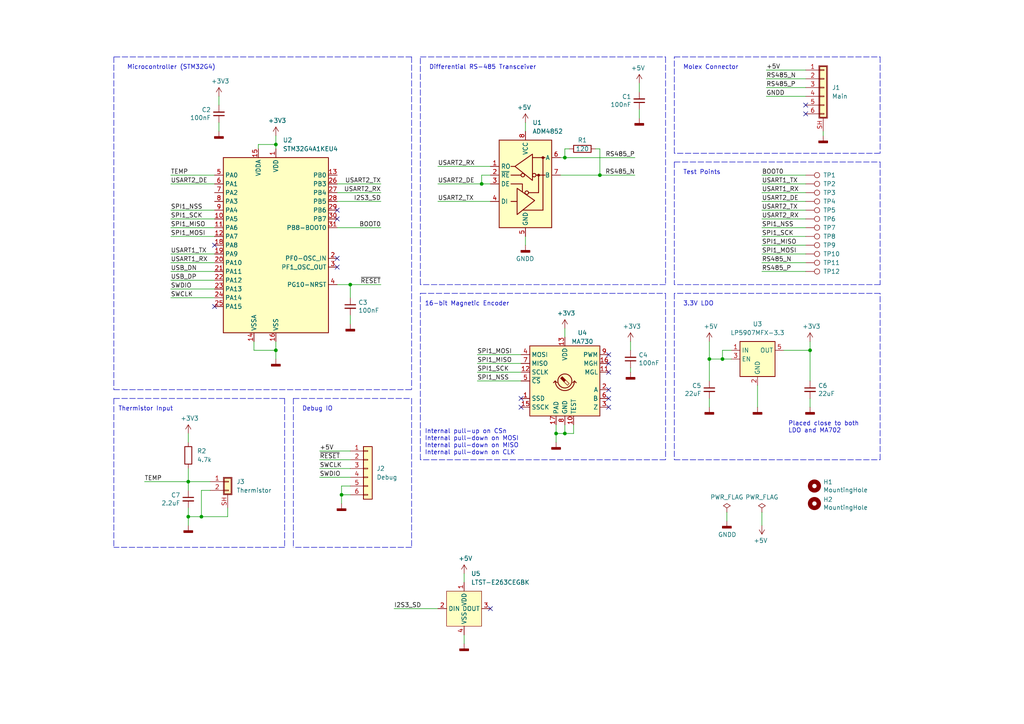
<source format=kicad_sch>
(kicad_sch (version 20211123) (generator eeschema)
  (paper "A4")
  (title_block (title "Differential Encoder") (date "2022-04-28") (rev "1") (company "ODrive Robotics") (comment 1 "Wetmelon"))
  (lib_symbols
    (symbol "Connector:TestPoint" (pin_numbers hide) (pin_names (offset 0.762) hide)
      (property "Reference" "TP" (at 0 6.858 0))
      (property "Value" "TestPoint" (at 0 5.08 0))
      (symbol "TestPoint_0_1"
        (circle (center 0 3.302) (radius 0.762))
      )
      (symbol "TestPoint_1_1"
        (pin passive line (at 0 0 90) (length 2.54) (name "1") (number "1"))
      )
    )
    (symbol "Connector_Generic:Conn_01x06" (pin_names (offset 1.016) hide)
      (property "Reference" "J" (at 0 7.62 0))
      (property "Value" "Conn_01x06" (at 0 -10.16 0))
      (symbol "Conn_01x06_1_1"
        (rectangle (start -1.27 -7.493) (end 0 -7.747) (stroke (width 0.1524)))
        (rectangle (start -1.27 -4.953) (end 0 -5.207) (stroke (width 0.1524)))
        (rectangle (start -1.27 -2.413) (end 0 -2.667) (stroke (width 0.1524)))
        (rectangle (start -1.27 0.127) (end 0 -0.127) (stroke (width 0.1524)))
        (rectangle (start -1.27 2.667) (end 0 2.413) (stroke (width 0.1524)))
        (rectangle (start -1.27 5.207) (end 0 4.953) (stroke (width 0.1524)))
        (rectangle (start -1.27 6.35) (end 1.27 -8.89) (stroke (width 0.254)) (fill (type background)))
        (pin passive line (at -5.08 5.08 0) (length 3.81) (name "Pin_1") (number "1"))
        (pin passive line (at -5.08 2.54 0) (length 3.81) (name "Pin_2") (number "2"))
        (pin passive line (at -5.08 0 0) (length 3.81) (name "Pin_3") (number "3"))
        (pin passive line (at -5.08 -2.54 0) (length 3.81) (name "Pin_4") (number "4"))
        (pin passive line (at -5.08 -5.08 0) (length 3.81) (name "Pin_5") (number "5"))
        (pin passive line (at -5.08 -7.62 0) (length 3.81) (name "Pin_6") (number "6"))
      )
    )
    (symbol "Connector_Generic_Shielded:Conn_01x02_Shielded" (pin_names (offset 1.016) hide)
      (property "Reference" "J" (at 0.254 2.286 0))
      (property "Value" "Conn_01x02_Shielded" (at 1.016 -4.826 0))
      (symbol "Conn_01x02_Shielded_1_1"
        (rectangle (start -1.27 1.27) (end 1.27 -3.81) (stroke (width 0.1524)))
        (rectangle (start -1.016 -2.413) (end 0.254 -2.667) (stroke (width 0.1524)))
        (rectangle (start -1.016 0.127) (end 0.254 -0.127) (stroke (width 0.1524)))
        (rectangle (start -1.016 1.016) (end 1.016 -3.556) (stroke (width 0.254)) (fill (type background)))
        (pin passive line (at -5.08 0 0) (length 4.064) (name "Pin_1") (number "1"))
        (pin passive line (at -5.08 -2.54 0) (length 4.064) (name "Pin_2") (number "2"))
        (pin passive line (at 0 -7.62 90) (length 3.81) (name "Shield") (number "SH"))
      )
    )
    (symbol "Connector_Generic_Shielded:Conn_01x06_Shielded" (pin_names (offset 1.016) hide)
      (property "Reference" "J" (at 0.254 7.366 0))
      (property "Value" "Conn_01x06_Shielded" (at 1.016 -9.906 0))
      (symbol "Conn_01x06_Shielded_1_1"
        (rectangle (start -1.27 6.35) (end 1.27 -8.89) (stroke (width 0.1524)))
        (rectangle (start -1.016 -7.493) (end 0.254 -7.747) (stroke (width 0.1524)))
        (rectangle (start -1.016 -4.953) (end 0.254 -5.207) (stroke (width 0.1524)))
        (rectangle (start -1.016 -2.413) (end 0.254 -2.667) (stroke (width 0.1524)))
        (rectangle (start -1.016 0.127) (end 0.254 -0.127) (stroke (width 0.1524)))
        (rectangle (start -1.016 2.667) (end 0.254 2.413) (stroke (width 0.1524)))
        (rectangle (start -1.016 5.207) (end 0.254 4.953) (stroke (width 0.1524)))
        (rectangle (start -1.016 6.096) (end 1.016 -8.636) (stroke (width 0.254)) (fill (type background)))
        (pin passive line (at -5.08 5.08 0) (length 4.064) (name "Pin_1") (number "1"))
        (pin passive line (at -5.08 2.54 0) (length 4.064) (name "Pin_2") (number "2"))
        (pin passive line (at -5.08 0 0) (length 4.064) (name "Pin_3") (number "3"))
        (pin passive line (at -5.08 -2.54 0) (length 4.064) (name "Pin_4") (number "4"))
        (pin passive line (at -5.08 -5.08 0) (length 4.064) (name "Pin_5") (number "5"))
        (pin passive line (at -5.08 -7.62 0) (length 4.064) (name "Pin_6") (number "6"))
        (pin passive line (at 0 -12.7 90) (length 3.81) (name "Shield") (number "SH"))
      )
    )
    (symbol "Device:C_Small" (pin_numbers hide) (pin_names (offset 0.254) hide)
      (property "Reference" "C" (at 0.254 1.778 0))
      (property "Value" "C_Small" (at 0.254 -2.032 0))
      (symbol "C_Small_0_1"
        (polyline (pts (xy -1.524 -0.508) (xy 1.524 -0.508)) (stroke (width 0.3302)))
        (polyline (pts (xy -1.524 0.508) (xy 1.524 0.508)) (stroke (width 0.3048)))
      )
      (symbol "C_Small_1_1"
        (pin passive line (at 0 2.54 270) (length 2.032) (name "~") (number "1"))
        (pin passive line (at 0 -2.54 90) (length 2.032) (name "~") (number "2"))
      )
    )
    (symbol "Device:R" (pin_numbers hide) (pin_names (offset 0))
      (property "Reference" "R" (at 2.032 0 90))
      (property "Value" "R" (at 0 0 90))
      (symbol "R_0_1"
        (rectangle (start -1.016 -2.54) (end 1.016 2.54) (stroke (width 0.254)))
      )
      (symbol "R_1_1"
        (pin passive line (at 0 3.81 270) (length 1.27) (name "~") (number "1"))
        (pin passive line (at 0 -3.81 90) (length 1.27) (name "~") (number "2"))
      )
    )
    (symbol "Interface_UART:LTC2850xS8"
      (property "Reference" "U2" (at 2.0194 17.78 0))
      (property "Value" "ADM4852" (at 2.0194 15.24 0))
      (symbol "LTC2850xS8_0_1"
        (rectangle (start -7.62 12.7) (end 7.62 -12.7) (stroke (width 0.254)) (fill (type background)))
        (polyline (pts (xy -4.191 2.54) (xy -1.27 2.54)) (stroke (width 0.254)))
        (polyline (pts (xy -2.54 -5.08) (xy -4.191 -5.08)) (stroke (width 0.254)))
        (polyline (pts (xy -0.635 -7.62) (xy 5.08 -7.62)) (stroke (width 0.254)))
        (polyline (pts (xy 0.889 -2.54) (xy 3.81 -2.54)) (stroke (width 0.254)))
        (polyline (pts (xy 2.032 7.62) (xy 5.715 7.62)) (stroke (width 0.254)))
        (polyline (pts (xy 3.048 2.54) (xy 5.715 2.54)) (stroke (width 0.254)))
        (polyline (pts (xy 3.81 -2.54) (xy 3.81 2.54)) (stroke (width 0.254)))
        (polyline (pts (xy 5.08 -7.62) (xy 5.08 7.62)) (stroke (width 0.254)))
        (polyline (pts (xy -4.191 0) (xy -0.889 0) (xy -0.889 -2.286)) (stroke (width 0.254)))
        (polyline (pts (xy -3.175 5.08) (xy -4.191 5.08) (xy -4.064 5.08)) (stroke (width 0.254)))
        (polyline (pts (xy -2.413 -5.08) (xy -2.413 -1.27) (xy 2.667 -4.826) (xy -2.413 -8.89) (xy -2.413 -5.08)) (stroke (width 0.254)))
        (circle (center 0.381 -2.54) (radius 0.508) (stroke (width 0.254)))
        (circle (center 3.81 2.54) (radius 0.2794) (stroke (width 0.254)) (fill (type outline)))
      )
      (symbol "LTC2850xS8_1_1"
        (circle (center -0.762 2.54) (radius 0.508) (stroke (width 0.254)))
        (polyline (pts (xy 2.032 4.826) (xy 2.032 8.636) (xy -3.048 5.08) (xy 2.032 1.016) (xy 2.032 4.826)) (stroke (width 0.254)))
        (circle (center 2.54 2.54) (radius 0.508) (stroke (width 0.254)))
        (circle (center 5.08 7.62) (radius 0.2794) (stroke (width 0.254)) (fill (type outline)))
        (pin output line (at -10.16 5.08 0) (length 2.54) (name "RO") (number "1"))
        (pin input line (at -10.16 2.54 0) (length 2.54) (name "~{RE}") (number "2"))
        (pin input line (at -10.16 0 0) (length 2.54) (name "DE") (number "3"))
        (pin input line (at -10.16 -5.08 0) (length 2.54) (name "DI") (number "4"))
        (pin power_in line (at 0 -15.24 90) (length 2.54) (name "GND") (number "5"))
        (pin bidirectional line (at 10.16 7.62 180) (length 2.54) (name "A") (number "6"))
        (pin bidirectional line (at 10.16 2.54 180) (length 2.54) (name "B") (number "7"))
        (pin power_in line (at 0 15.24 270) (length 2.54) (name "VCC") (number "8"))
        (pin input line (at 0 -15.24 90) (length 2.54) hide (name "") (number "PAD"))
      )
    )
    (symbol "Mechanical:MountingHole" (pin_names (offset 1.016))
      (property "Reference" "H" (at 0 5.08 0))
      (property "Value" "MountingHole" (at 0 3.175 0))
      (symbol "MountingHole_0_1"
        (circle (center 0 0) (radius 1.27) (stroke (width 1.27)))
      )
    )
    (symbol "Regulator_Linear:LP5907MFX-3.3"
      (property "Reference" "U" (at -3.81 6.35 0))
      (property "Value" "LP5907MFX-3.3" (at 6.35 6.35 0))
      (symbol "LP5907MFX-3.3_0_1"
        (rectangle (start -5.08 -5.08) (end 5.08 5.08) (stroke (width 0.254)) (fill (type background)))
        (pin power_in line (at -7.62 2.54 0) (length 2.54) (name "IN") (number "1"))
        (pin power_in line (at 0 -7.62 90) (length 2.54) (name "GND") (number "2"))
        (pin input line (at -7.62 0 0) (length 2.54) (name "EN") (number "3"))
        (pin no_connect line (at 5.08 0 180) (length 2.54) hide (name "NC") (number "4"))
        (pin power_out line (at 7.62 2.54 180) (length 2.54) (name "OUT") (number "5"))
      )
    )
    (symbol "Sensor_Magnetic:MA730"
      (property "Reference" "U" (at -10.16 11.43 0))
      (property "Value" "MA730" (at 10.16 11.43 0))
      (symbol "MA730_0_1"
        (rectangle (start -10.16 10.16) (end 10.16 -10.16) (stroke (width 0.254)) (fill (type background)))
        (arc (start -2.794 0) (mid 0 -2.794) (end 2.794 0) (stroke (width 0.254)))
        (polyline (pts (xy -2.794 0) (xy -3.302 -0.508)) (stroke (width 0.254)))
        (polyline (pts (xy -2.794 0) (xy -2.286 -0.508)) (stroke (width 0.254)))
        (polyline (pts (xy 2.794 0) (xy 2.286 -0.508)) (stroke (width 0.254)))
        (polyline (pts (xy 2.794 0) (xy 3.302 -0.508)) (stroke (width 0.254)))
      )
      (symbol "MA730_1_1"
        (polyline (pts (xy 0.254 0.254) (xy 1.27 -0.762) (xy 0.762 -1.27) (xy -0.254 -0.254)))
        (polyline (pts (xy -0.762 1.27) (xy 0.254 0.254) (xy -0.254 -0.254) (xy -1.27 0.762) (xy -1.016 1.016) (xy -0.762 1.27) (xy -0.635 1.143)) (fill (type outline)))
        (circle (center 0 0) (radius 2.032) (stroke (width 0.254)))
        (pin output line (at -12.7 -5.08 0) (length 2.54) (name "SSD") (number "1"))
        (pin passive line (at 2.54 -12.7 90) (length 2.54) (name "TEST") (number "10"))
        (pin output line (at 12.7 2.54 180) (length 2.54) (name "MGL") (number "11"))
        (pin input line (at -12.7 2.54 0) (length 2.54) (name "SCLK") (number "12"))
        (pin power_in line (at 0 12.7 270) (length 2.54) (name "VDD") (number "13"))
        (pin no_connect line (at 5.08 -10.16 90) (length 2.54) hide (name "NC") (number "14"))
        (pin input line (at -12.7 -7.62 0) (length 2.54) (name "SSCK") (number "15"))
        (pin output line (at 12.7 5.08 180) (length 2.54) (name "MGH") (number "16"))
        (pin input line (at -2.54 -12.7 90) (length 2.54) (name "PAD") (number "17"))
        (pin output line (at 12.7 -2.54 180) (length 2.54) (name "A") (number "2"))
        (pin output line (at 12.7 -7.62 180) (length 2.54) (name "Z") (number "3"))
        (pin input line (at -12.7 7.62 0) (length 2.54) (name "MOSI") (number "4"))
        (pin input line (at -12.7 0 0) (length 2.54) (name "~{CS}") (number "5"))
        (pin output line (at 12.7 -5.08 180) (length 2.54) (name "B") (number "6"))
        (pin output line (at -12.7 5.08 0) (length 2.54) (name "MISO") (number "7"))
        (pin power_in line (at 0 -12.7 90) (length 2.54) (name "GND") (number "8"))
        (pin output line (at 12.7 7.62 180) (length 2.54) (name "PWM") (number "9"))
      )
    )
    (symbol "Wetmelon:LTST-E263CEGBK"
      (property "Reference" "U" (at 5.08 5.08 0))
      (property "Value" "LTST-E263CEGBK" (at 0 13.97 0))
      (symbol "LTST-E263CEGBK_0_1"
        (rectangle (start -5.08 5.08) (end 5.08 -5.08) (fill (type background)))
      )
      (symbol "LTST-E263CEGBK_1_1"
        (pin power_in line (at 0 7.62 270) (length 2.54) (name "VDD") (number "1"))
        (pin input line (at -7.62 0 0) (length 2.54) (name "DIN") (number "2"))
        (pin output line (at 7.62 0 180) (length 2.54) (name "DOUT") (number "3"))
        (pin power_in line (at 0 -7.62 90) (length 2.54) (name "VSS") (number "4"))
      )
    )
    (symbol "Wetmelon:STM32G4A1KEU4"
      (property "Reference" "U2" (at 2.0194 30.48 0))
      (property "Value" "STM32G4A1KEU4" (at 2.0194 27.94 0))
      (symbol "STM32G4A1KEU4_0_1"
        (rectangle (start -15.24 -25.4) (end 15.24 25.4) (stroke (width 0.254)) (fill (type background)))
      )
      (symbol "STM32G4A1KEU4_1_1"
        (pin power_in line (at 0 27.94 270) (length 2.54) (name "VDD") (number "1"))
        (pin bidirectional line (at -17.78 7.62 0) (length 2.54) (name "PA5") (number "10"))
        (pin bidirectional line (at -17.78 5.08 0) (length 2.54) (name "PA6") (number "11"))
        (pin bidirectional line (at -17.78 2.54 0) (length 2.54) (name "PA7") (number "12"))
        (pin bidirectional line (at 17.78 20.32 180) (length 2.54) (name "PB0") (number "13"))
        (pin power_in line (at -6.35 -27.94 90) (length 2.54) (name "VSSA") (number "14"))
        (pin power_in line (at -5.08 27.94 270) (length 2.54) (name "VDDA") (number "15"))
        (pin power_in line (at 0 -27.94 90) (length 2.54) (name "VSS") (number "16"))
        (pin power_in line (at 0 27.94 270) (length 2.54) hide (name "VDD") (number "17"))
        (pin bidirectional line (at -17.78 0 0) (length 2.54) (name "PA8") (number "18"))
        (pin bidirectional line (at -17.78 -2.54 0) (length 2.54) (name "PA9") (number "19"))
        (pin bidirectional line (at 17.78 -3.81 180) (length 2.54) (name "PF0-OSC_IN") (number "2"))
        (pin bidirectional line (at -17.78 -5.08 0) (length 2.54) (name "PA10") (number "20"))
        (pin bidirectional line (at -17.78 -7.62 0) (length 2.54) (name "PA11") (number "21"))
        (pin bidirectional line (at -17.78 -10.16 0) (length 2.54) (name "PA12") (number "22"))
        (pin bidirectional line (at -17.78 -12.7 0) (length 2.54) (name "PA13") (number "23"))
        (pin bidirectional line (at -17.78 -15.24 0) (length 2.54) (name "PA14") (number "24"))
        (pin bidirectional line (at -17.78 -17.78 0) (length 2.54) (name "PA15") (number "25"))
        (pin bidirectional line (at 17.78 17.78 180) (length 2.54) (name "PB3") (number "26"))
        (pin bidirectional line (at 17.78 15.24 180) (length 2.54) (name "PB4") (number "27"))
        (pin bidirectional line (at 17.78 12.7 180) (length 2.54) (name "PB5") (number "28"))
        (pin bidirectional line (at 17.78 10.16 180) (length 2.54) (name "PB6") (number "29"))
        (pin bidirectional line (at 17.78 -6.35 180) (length 2.54) (name "PF1_OSC_OUT") (number "3"))
        (pin bidirectional line (at 17.78 7.62 180) (length 2.54) (name "PB7") (number "30"))
        (pin bidirectional line (at 17.78 5.08 180) (length 2.54) (name "PB8-BOOT0") (number "31"))
        (pin power_in line (at 0 -27.94 90) (length 2.54) hide (name "VSS") (number "32"))
        (pin input line (at 0 -27.94 90) (length 2.54) hide (name "PAD") (number "33"))
        (pin bidirectional line (at 17.78 -11.43 180) (length 2.54) (name "PG10-NRST") (number "4"))
        (pin bidirectional line (at -17.78 20.32 0) (length 2.54) (name "PA0") (number "5"))
        (pin bidirectional line (at -17.78 17.78 0) (length 2.54) (name "PA1") (number "6"))
        (pin bidirectional line (at -17.78 15.24 0) (length 2.54) (name "PA2") (number "7"))
        (pin bidirectional line (at -17.78 12.7 0) (length 2.54) (name "PA3") (number "8"))
        (pin bidirectional line (at -17.78 10.16 0) (length 2.54) (name "PA4") (number "9"))
      )
    )
    (symbol "power:+3.3V" (power) (pin_names (offset 0))
      (property "Value" "+3.3V" (at 0 3.556 0))
      (symbol "+3.3V_0_1"
        (polyline (pts (xy -0.762 1.27) (xy 0 2.54)))
        (polyline (pts (xy 0 0) (xy 0 2.54)))
        (polyline (pts (xy 0 2.54) (xy 0.762 1.27)))
      )
      (symbol "+3.3V_1_1"
        (pin power_in line (at 0 0 90) (length 0) hide (name "+3V3") (number "1"))
      )
    )
    (symbol "power:+5V" (power) (pin_names (offset 0))
      (property "Value" "+5V" (at 0 3.556 0))
      (symbol "+5V_0_1"
        (polyline (pts (xy -0.762 1.27) (xy 0 2.54)))
        (polyline (pts (xy 0 0) (xy 0 2.54)))
        (polyline (pts (xy 0 2.54) (xy 0.762 1.27)))
      )
      (symbol "+5V_1_1"
        (pin power_in line (at 0 0 90) (length 0) hide (name "+5V") (number "1"))
      )
    )
    (symbol "power:GNDD" (power) (pin_names (offset 0))
      (property "Value" "GNDD" (at 0 -3.175 0))
      (symbol "GNDD_0_1"
        (rectangle (start -1.27 -1.524) (end 1.27 -2.032) (stroke (width 0.254)) (fill (type outline)))
        (polyline (pts (xy 0 0) (xy 0 -1.524)))
      )
      (symbol "GNDD_1_1"
        (pin power_in line (at 0 0 270) (length 0) hide (name "GNDD") (number "1"))
      )
    )
    (symbol "power:PWR_FLAG" (power) (pin_numbers hide) (pin_names (offset 0) hide)
      (property "Value" "PWR_FLAG" (at 0 3.81 0))
      (symbol "PWR_FLAG_0_0"
        (pin power_out line (at 0 0 90) (length 0) (name "pwr") (number "1"))
      )
      (symbol "PWR_FLAG_0_1"
        (polyline (pts (xy 0 0) (xy 0 1.27) (xy -1.016 1.905) (xy 0 2.54) (xy 1.016 1.905) (xy 0 1.27)))
      )
    )
  )
  (junction (at 163.83 45.72))
  (junction (at 99.06 143.51))
  (junction (at 58.42 149.86))
  (junction (at 139.7 53.34))
  (junction (at 80.01 101.6))
  (junction (at 234.95 101.6))
  (junction (at 54.61 149.86))
  (junction (at 80.01 41.91))
  (junction (at 209.55 104.14))
  (junction (at 161.29 125.73))
  (junction (at 54.61 139.7))
  (junction (at 173.99 50.8))
  (junction (at 101.6 82.55))
  (junction (at 163.83 125.73))
  (junction (at 205.74 104.14))
  (no_connect (at 97.79 63.5))
  (no_connect (at 97.79 60.96))
  (no_connect (at 151.13 115.57))
  (no_connect (at 176.53 107.95))
  (no_connect (at 142.24 176.53))
  (no_connect (at 176.53 113.03))
  (no_connect (at 62.23 88.9))
  (no_connect (at 233.68 30.48))
  (no_connect (at 97.79 77.47))
  (no_connect (at 62.23 71.12))
  (no_connect (at 233.68 33.02))
  (no_connect (at 151.13 118.11))
  (no_connect (at 176.53 102.87))
  (no_connect (at 97.79 74.93))
  (no_connect (at 176.53 118.11))
  (no_connect (at 176.53 115.57))
  (no_connect (at 176.53 105.41))
  (wire (pts (xy 49.53 63.5) (xy 62.23 63.5)))
  (wire (pts (xy 63.5 35.56) (xy 63.5 38.1)))
  (polyline (pts (xy 119.38 115.57) (xy 119.38 158.75)))
  (wire (pts (xy 49.53 68.58) (xy 62.23 68.58)))
  (wire (pts (xy 49.53 73.66) (xy 62.23 73.66)))
  (wire (pts (xy 54.61 147.32) (xy 54.61 149.86)))
  (polyline (pts (xy 33.02 16.51) (xy 33.02 113.03)))
  (wire (pts (xy 49.53 60.96) (xy 62.23 60.96)))
  (wire (pts (xy 220.98 68.58) (xy 233.68 68.58)))
  (polyline (pts (xy 82.55 115.57) (xy 82.55 158.75)))
  (wire (pts (xy 220.98 76.2) (xy 233.68 76.2)))
  (wire (pts (xy 219.71 111.76) (xy 219.71 118.11)))
  (polyline (pts (xy 195.58 133.35) (xy 255.27 133.35)))
  (wire (pts (xy 163.83 125.73) (xy 166.37 125.73)))
  (wire (pts (xy 49.53 50.8) (xy 62.23 50.8)))
  (wire (pts (xy 60.96 139.7) (xy 54.61 139.7)))
  (wire (pts (xy 220.98 58.42) (xy 233.68 58.42)))
  (wire (pts (xy 222.25 22.86) (xy 233.68 22.86)))
  (wire (pts (xy 138.43 107.95) (xy 151.13 107.95)))
  (wire (pts (xy 74.93 43.18) (xy 74.93 41.91)))
  (polyline (pts (xy 33.02 115.57) (xy 33.02 158.75)))
  (wire (pts (xy 220.98 55.88) (xy 233.68 55.88)))
  (polyline (pts (xy 33.02 115.57) (xy 82.55 115.57)))
  (wire (pts (xy 49.53 86.36) (xy 62.23 86.36)))
  (wire (pts (xy 99.06 146.05) (xy 99.06 143.51)))
  (wire (pts (xy 101.6 91.44) (xy 101.6 93.98)))
  (wire (pts (xy 234.95 99.06) (xy 234.95 101.6)))
  (wire (pts (xy 209.55 104.14) (xy 205.74 104.14)))
  (polyline (pts (xy 255.27 44.45) (xy 195.58 44.45)))
  (wire (pts (xy 182.88 106.68) (xy 182.88 107.95)))
  (polyline (pts (xy 193.04 82.55) (xy 121.92 82.55)))
  (wire (pts (xy 80.01 101.6) (xy 80.01 104.14)))
  (wire (pts (xy 92.71 138.43) (xy 101.6 138.43)))
  (wire (pts (xy 80.01 41.91) (xy 80.01 43.18)))
  (wire (pts (xy 139.7 50.8) (xy 139.7 53.34)))
  (wire (pts (xy 138.43 105.41) (xy 151.13 105.41)))
  (polyline (pts (xy 33.02 113.03) (xy 119.38 113.03)))
  (polyline (pts (xy 195.58 46.99) (xy 255.27 46.99)))
  (wire (pts (xy 97.79 82.55) (xy 101.6 82.55)))
  (wire (pts (xy 49.53 83.82) (xy 62.23 83.82)))
  (wire (pts (xy 41.91 139.7) (xy 54.61 139.7)))
  (wire (pts (xy 138.43 102.87) (xy 151.13 102.87)))
  (wire (pts (xy 54.61 149.86) (xy 54.61 152.4)))
  (wire (pts (xy 73.66 99.06) (xy 73.66 101.6)))
  (wire (pts (xy 222.25 20.32) (xy 233.68 20.32)))
  (wire (pts (xy 238.76 38.1) (xy 238.76 39.37)))
  (wire (pts (xy 127 48.26) (xy 142.24 48.26)))
  (wire (pts (xy 92.71 133.35) (xy 101.6 133.35)))
  (wire (pts (xy 209.55 101.6) (xy 209.55 104.14)))
  (wire (pts (xy 172.72 43.18) (xy 173.99 43.18)))
  (polyline (pts (xy 255.27 16.51) (xy 255.27 44.45)))
  (wire (pts (xy 220.98 73.66) (xy 233.68 73.66)))
  (wire (pts (xy 99.06 140.97) (xy 101.6 140.97)))
  (wire (pts (xy 54.61 125.73) (xy 54.61 128.27)))
  (wire (pts (xy 163.83 125.73) (xy 163.83 123.19)))
  (polyline (pts (xy 119.38 16.51) (xy 33.02 16.51)))
  (wire (pts (xy 58.42 142.24) (xy 58.42 149.86)))
  (wire (pts (xy 49.53 81.28) (xy 62.23 81.28)))
  (polyline (pts (xy 121.92 82.55) (xy 121.92 16.51)))
  (wire (pts (xy 185.42 24.13) (xy 185.42 26.67)))
  (wire (pts (xy 66.04 149.86) (xy 66.04 147.32)))
  (wire (pts (xy 220.98 66.04) (xy 233.68 66.04)))
  (wire (pts (xy 205.74 115.57) (xy 205.74 118.11)))
  (wire (pts (xy 161.29 125.73) (xy 161.29 123.19)))
  (wire (pts (xy 127 58.42) (xy 142.24 58.42)))
  (wire (pts (xy 212.09 104.14) (xy 209.55 104.14)))
  (polyline (pts (xy 193.04 133.35) (xy 121.92 133.35)))
  (polyline (pts (xy 119.38 158.75) (xy 85.09 158.75)))
  (wire (pts (xy 101.6 82.55) (xy 110.49 82.55)))
  (wire (pts (xy 49.53 76.2) (xy 62.23 76.2)))
  (wire (pts (xy 220.98 78.74) (xy 233.68 78.74)))
  (wire (pts (xy 165.1 43.18) (xy 163.83 43.18)))
  (polyline (pts (xy 255.27 133.35) (xy 255.27 85.09)))
  (wire (pts (xy 58.42 149.86) (xy 54.61 149.86)))
  (polyline (pts (xy 121.92 133.35) (xy 121.92 85.09)))
  (wire (pts (xy 163.83 45.72) (xy 184.15 45.72)))
  (wire (pts (xy 233.68 50.8) (xy 220.98 50.8)))
  (wire (pts (xy 163.83 43.18) (xy 163.83 45.72)))
  (wire (pts (xy 152.4 68.58) (xy 152.4 71.12)))
  (wire (pts (xy 127 53.34) (xy 139.7 53.34)))
  (wire (pts (xy 101.6 82.55) (xy 101.6 86.36)))
  (wire (pts (xy 222.25 25.4) (xy 233.68 25.4)))
  (wire (pts (xy 185.42 34.29) (xy 185.42 31.75)))
  (polyline (pts (xy 193.04 85.09) (xy 193.04 133.35)))
  (wire (pts (xy 58.42 149.86) (xy 66.04 149.86)))
  (wire (pts (xy 234.95 115.57) (xy 234.95 118.11)))
  (wire (pts (xy 80.01 39.37) (xy 80.01 41.91)))
  (wire (pts (xy 205.74 99.06) (xy 205.74 104.14)))
  (wire (pts (xy 220.98 152.4) (xy 220.98 148.59)))
  (wire (pts (xy 222.25 27.94) (xy 233.68 27.94)))
  (wire (pts (xy 80.01 99.06) (xy 80.01 101.6)))
  (polyline (pts (xy 255.27 46.99) (xy 255.27 82.55)))
  (wire (pts (xy 99.06 143.51) (xy 99.06 140.97)))
  (polyline (pts (xy 82.55 158.75) (xy 33.02 158.75)))
  (polyline (pts (xy 195.58 46.99) (xy 195.58 82.55)))
  (polyline (pts (xy 119.38 16.51) (xy 119.38 113.03)))
  (wire (pts (xy 92.71 130.81) (xy 101.6 130.81)))
  (wire (pts (xy 60.96 142.24) (xy 58.42 142.24)))
  (wire (pts (xy 139.7 50.8) (xy 142.24 50.8)))
  (wire (pts (xy 162.56 50.8) (xy 173.99 50.8)))
  (wire (pts (xy 161.29 128.27) (xy 161.29 125.73)))
  (wire (pts (xy 220.98 63.5) (xy 233.68 63.5)))
  (wire (pts (xy 92.71 135.89) (xy 101.6 135.89)))
  (wire (pts (xy 163.83 95.25) (xy 163.83 97.79)))
  (wire (pts (xy 234.95 101.6) (xy 234.95 110.49)))
  (wire (pts (xy 110.49 55.88) (xy 97.79 55.88)))
  (wire (pts (xy 54.61 139.7) (xy 54.61 135.89)))
  (polyline (pts (xy 195.58 44.45) (xy 195.58 16.51)))
  (wire (pts (xy 138.43 110.49) (xy 151.13 110.49)))
  (wire (pts (xy 173.99 50.8) (xy 184.15 50.8)))
  (polyline (pts (xy 195.58 16.51) (xy 255.27 16.51)))
  (polyline (pts (xy 121.92 85.09) (xy 193.04 85.09)))
  (wire (pts (xy 63.5 27.94) (xy 63.5 30.48)))
  (wire (pts (xy 49.53 66.04) (xy 62.23 66.04)))
  (wire (pts (xy 97.79 58.42) (xy 110.49 58.42)))
  (wire (pts (xy 220.98 53.34) (xy 233.68 53.34)))
  (polyline (pts (xy 121.92 16.51) (xy 193.04 16.51)))
  (wire (pts (xy 74.93 41.91) (xy 80.01 41.91)))
  (wire (pts (xy 210.82 148.59) (xy 210.82 151.13)))
  (wire (pts (xy 212.09 101.6) (xy 209.55 101.6)))
  (wire (pts (xy 127 176.53) (xy 114.3 176.53)))
  (wire (pts (xy 166.37 125.73) (xy 166.37 123.19)))
  (wire (pts (xy 73.66 101.6) (xy 80.01 101.6)))
  (polyline (pts (xy 85.09 115.57) (xy 85.09 158.75)))
  (wire (pts (xy 139.7 53.34) (xy 142.24 53.34)))
  (wire (pts (xy 162.56 45.72) (xy 163.83 45.72)))
  (polyline (pts (xy 195.58 85.09) (xy 195.58 133.35)))
  (polyline (pts (xy 193.04 16.51) (xy 193.04 82.55)))
  (wire (pts (xy 205.74 104.14) (xy 205.74 110.49)))
  (wire (pts (xy 152.4 35.56) (xy 152.4 38.1)))
  (polyline (pts (xy 255.27 85.09) (xy 195.58 85.09)))
  (wire (pts (xy 182.88 99.06) (xy 182.88 101.6)))
  (wire (pts (xy 220.98 71.12) (xy 233.68 71.12)))
  (polyline (pts (xy 85.09 115.57) (xy 119.38 115.57)))
  (wire (pts (xy 173.99 43.18) (xy 173.99 50.8)))
  (wire (pts (xy 110.49 53.34) (xy 97.79 53.34)))
  (wire (pts (xy 134.62 166.37) (xy 134.62 168.91)))
  (wire (pts (xy 99.06 143.51) (xy 101.6 143.51)))
  (wire (pts (xy 161.29 125.73) (xy 163.83 125.73)))
  (wire (pts (xy 220.98 60.96) (xy 233.68 60.96)))
  (wire (pts (xy 54.61 139.7) (xy 54.61 142.24)))
  (wire (pts (xy 49.53 78.74) (xy 62.23 78.74)))
  (wire (pts (xy 97.79 66.04) (xy 110.49 66.04)))
  (wire (pts (xy 49.53 53.34) (xy 62.23 53.34)))
  (polyline (pts (xy 255.27 82.55) (xy 195.58 82.55)))
  (wire (pts (xy 134.62 184.15) (xy 134.62 186.69)))
  (wire (pts (xy 227.33 101.6) (xy 234.95 101.6)))
  (text "Test Points" (at 198.12 50.8 0) (effects (font (size 1.27 1.27)) (justify left bottom)))
  (text "Thermistor Input" (at 34.29 119.38 0) (effects (font (size 1.27 1.27)) (justify left bottom)))
  (text "Internal pull-up on CSn\nInternal pull-down on MOSI\nInternal pull-down on MISO\nInternal pull-down on CLK" (at 123.19 132.08 0) (effects (font (size 1.27 1.27)) (justify left bottom)))
  (text "16-bit Magnetic Encoder" (at 123.19 88.9 0) (effects (font (size 1.27 1.27)) (justify left bottom)))
  (text "Placed close to both\nLDO and MA702" (at 228.6 125.73 0) (effects (font (size 1.27 1.27)) (justify left bottom)))
  (text "3.3V LDO" (at 198.12 88.9 0) (effects (font (size 1.27 1.27)) (justify left bottom)))
  (text "Differential RS-485 Transceiver" (at 124.46 20.32 0) (effects (font (size 1.27 1.27)) (justify left bottom)))
  (text "Microcontroller (STM32G4)" (at 36.83 20.32 0) (effects (font (size 1.27 1.27)) (justify left bottom)))
  (text "Molex Connector" (at 198.12 20.32 0) (effects (font (size 1.27 1.27)) (justify left bottom)))
  (text "Debug IO" (at 87.63 119.38 0) (effects (font (size 1.27 1.27)) (justify left bottom)))
  (label "I2S3_SD" (at 114.3 176.53 0))
  (label "RS485_P" (at 184.15 45.72 180))
  (label "RS485_N" (at 222.25 22.86 0))
  (label "SWCLK" (at 92.71 135.89 0))
  (label "USB_DP" (at 49.53 81.28 0))
  (label "USART1_TX" (at 49.53 73.66 0))
  (label "SPI1_SCK" (at 220.98 68.58 0))
  (label "+5V" (at 222.25 20.32 0))
  (label "USART2_RX" (at 110.49 55.88 180))
  (label "RS485_N" (at 220.98 76.2 0))
  (label "BOOT0" (at 110.49 66.04 180))
  (label "SPI1_MISO" (at 220.98 71.12 0))
  (label "RS485_P" (at 222.25 25.4 0))
  (label "SPI1_MISO" (at 49.53 66.04 0))
  (label "USART2_TX" (at 110.49 53.34 180))
  (label "SPI1_SCK" (at 138.43 107.95 0))
  (label "SPI1_SCK" (at 49.53 63.5 0))
  (label "SPI1_MOSI" (at 220.98 73.66 0))
  (label "SWCLK" (at 49.53 86.36 0))
  (label "USART2_RX" (at 127 48.26 0))
  (label "RS485_P" (at 220.98 78.74 0))
  (label "RS485_N" (at 184.15 50.8 180))
  (label "USART2_DE" (at 220.98 58.42 0))
  (label "SPI1_NSS" (at 220.98 66.04 0))
  (label "TEMP" (at 41.91 139.7 0))
  (label "SPI1_MOSI" (at 49.53 68.58 0))
  (label "BOOT0" (at 220.98 50.8 0))
  (label "SPI1_NSS" (at 138.43 110.49 0))
  (label "~{RESET}" (at 92.71 133.35 0))
  (label "+5V" (at 92.71 130.81 0))
  (label "USART1_RX" (at 49.53 76.2 0))
  (label "SPI1_MOSI" (at 138.43 102.87 0))
  (label "USART2_RX" (at 220.98 63.5 0))
  (label "SWDIO" (at 92.71 138.43 0))
  (label "USB_DN" (at 49.53 78.74 0))
  (label "USART2_TX" (at 127 58.42 0))
  (label "I2S3_SD" (at 110.49 58.42 180))
  (label "SPI1_NSS" (at 49.53 60.96 0))
  (label "SWDIO" (at 49.53 83.82 0))
  (label "~{RESET}" (at 110.49 82.55 180))
  (label "USART2_TX" (at 220.98 60.96 0))
  (label "USART2_DE" (at 49.53 53.34 0))
  (label "USART1_RX" (at 220.98 55.88 0))
  (label "SPI1_MISO" (at 138.43 105.41 0))
  (label "GNDD" (at 222.25 27.94 0))
  (label "TEMP" (at 49.53 50.8 0))
  (label "USART1_TX" (at 220.98 53.34 0))
  (label "USART2_DE" (at 127 53.34 0))
  (symbol (lib_id "power:+5V") (at 152.4 35.56 0) (mirror y) (unit 1)
    (property "Reference" "#PWR04" (effects hide))
    (property "Value" "+5V" (at 152.019 31.1658 0))
  )
  (symbol (lib_id "power:GNDD") (at 152.4 71.12 0) (mirror y) (unit 1)
    (property "Reference" "#PWR08" (effects hide))
    (property "Value" "GNDD" (at 152.2984 75.057 0))
  )
  (symbol (lib_id "power:+5V") (at 220.98 152.4 180) (unit 1)
    (property "Reference" "#PWR024" (effects hide))
    (property "Value" "+5V" (at 220.599 156.7942 0))
  )
  (symbol (lib_id "power:PWR_FLAG") (at 220.98 148.59 0) (unit 1)
    (property "Reference" "#FLG02" (effects hide))
    (property "Value" "PWR_FLAG" (at 220.98 144.1958 0))
  )
  (symbol (lib_id "power:GNDD") (at 210.82 151.13 0) (unit 1)
    (property "Reference" "#PWR022" (effects hide))
    (property "Value" "GNDD" (at 210.9216 155.067 0))
  )
  (symbol (lib_id "power:PWR_FLAG") (at 210.82 148.59 0) (unit 1)
    (property "Reference" "#FLG01" (effects hide))
    (property "Value" "PWR_FLAG" (at 210.82 144.1958 0))
  )
  (symbol (lib_id "Sensor_Magnetic:MA730") (at 163.83 110.49 0) (unit 1)
    (property "Reference" "U4" (at 168.91 96.52 0))
    (property "Value" "MA730" (at 168.91 99.06 0))
    (property "Footprint" "Package_DFN_QFN:QFN-16-1EP_3x3mm_P0.5mm_EP1.7x1.7mm" (effects hide))
    (property "Datasheet" "https://www.monolithicpower.com/pub/media/document/m/a/ma730_r1.01.pdf" (effects hide))
  )
  (symbol (lib_id "power:+3.3V") (at 163.83 95.25 0) (unit 1)
    (property "Reference" "#PWR010" (effects hide))
    (property "Value" "+3.3V" (at 164.211 90.8558 0))
  )
  (symbol (lib_id "Device:C_Small") (at 205.74 113.03 0) (mirror y) (unit 1)
    (property "Reference" "C5" (at 203.4286 111.8616 0) (effects (justify left)))
    (property "Value" "22uF" (at 203.4286 114.173 0) (effects (justify left)))
    (property "Footprint" "Capacitor_SMD:C_0805_2012Metric" (effects hide))
  )
  (symbol (lib_id "power:+5V") (at 205.74 99.06 0) (unit 1)
    (property "Reference" "#PWR012" (effects hide))
    (property "Value" "+5V" (at 206.121 94.6658 0))
  )
  (symbol (lib_id "power:+3.3V") (at 234.95 99.06 0) (unit 1)
    (property "Reference" "#PWR013" (effects hide))
    (property "Value" "+3.3V" (at 235.331 94.6658 0))
  )
  (symbol (lib_id "Device:C_Small") (at 234.95 113.03 0) (unit 1)
    (property "Reference" "C6" (at 237.2868 111.8616 0) (effects (justify left)))
    (property "Value" "22uF" (at 237.2868 114.173 0) (effects (justify left)))
    (property "Footprint" "Capacitor_SMD:C_0805_2012Metric" (effects hide))
  )
  (symbol (lib_id "power:GNDD") (at 205.74 118.11 0) (unit 1)
    (property "Reference" "#PWR016" (effects hide))
    (property "Value" "GNDD" (effects hide))
  )
  (symbol (lib_id "power:GNDD") (at 219.71 118.11 0) (unit 1)
    (property "Reference" "#PWR017" (effects hide))
    (property "Value" "GNDD" (effects hide))
  )
  (symbol (lib_id "power:GNDD") (at 234.95 118.11 0) (unit 1)
    (property "Reference" "#PWR018" (effects hide))
    (property "Value" "GNDD" (effects hide))
  )
  (symbol (lib_id "power:GNDD") (at 161.29 128.27 0) (unit 1)
    (property "Reference" "#PWR020" (effects hide))
    (property "Value" "GNDD" (effects hide))
  )
  (symbol (lib_id "Device:C_Small") (at 185.42 29.21 0) (mirror x) (unit 1)
    (property "Reference" "C1" (at 183.1086 28.0416 0) (effects (justify right)))
    (property "Value" "100nF" (at 183.1086 30.353 0) (effects (justify right)))
    (property "Footprint" "Capacitor_SMD:C_0402_1005Metric" (effects hide))
  )
  (symbol (lib_id "power:GNDD") (at 185.42 34.29 0) (unit 1)
    (property "Reference" "#PWR03" (effects hide))
    (property "Value" "GNDD" (effects hide))
  )
  (symbol (lib_id "power:+5V") (at 185.42 24.13 0) (mirror y) (unit 1)
    (property "Reference" "#PWR01" (effects hide))
    (property "Value" "+5V" (at 185.039 19.7358 0))
  )
  (symbol (lib_id "Mechanical:MountingHole") (at 236.22 140.97 0) (unit 1)
    (property "Reference" "H1" (at 238.76 139.8016 0) (effects (justify left)))
    (property "Value" "MountingHole" (at 238.76 142.113 0) (effects (justify left)))
    (property "Footprint" "MountingHole:MountingHole_3mm" (effects hide))
  )
  (symbol (lib_id "Mechanical:MountingHole") (at 236.22 146.05 0) (unit 1)
    (property "Reference" "H2" (at 238.76 144.8816 0) (effects (justify left)))
    (property "Value" "MountingHole" (at 238.76 147.193 0) (effects (justify left)))
    (property "Footprint" "MountingHole:MountingHole_3mm" (effects hide))
  )
  (symbol (lib_id "power:GNDD") (at 80.01 104.14 0) (unit 1)
    (property "Reference" "#PWR014" (effects hide))
    (property "Value" "GNDD" (effects hide))
  )
  (symbol (lib_id "Wetmelon:STM32G4A1KEU4") (at 80.01 71.12 0) (unit 1)
    (property "Reference" "U2" (at 82.0294 40.64 0) (effects (justify left)))
    (property "Value" "STM32G4A1KEU4" (at 82.0294 43.18 0) (effects (justify left)))
    (property "Footprint" "Package_DFN_QFN:UFQFPN-32-1EP_5x5mm_P0.5mm_EP3.5x3.5mm" (effects hide))
    (property "Datasheet" "https://www.st.com/resource/en/datasheet/stm32g4a1ke.pdf" (effects hide))
  )
  (symbol (lib_id "Connector:TestPoint") (at 233.68 63.5 270) (unit 1)
    (property "Reference" "TP6" (at 238.76 63.4999 90) (effects (justify left)))
    (property "Value" "TestPoint" (effects hide))
    (property "Footprint" "ODrive_KiCad:TestPoint_Pad_D1.0mm" (effects hide))
  )
  (symbol (lib_id "Connector_Generic:Conn_01x06") (at 106.68 135.89 0) (unit 1)
    (property "Reference" "J2" (at 109.22 135.8899 0) (effects (justify left)))
    (property "Value" "Debug" (at 109.22 138.4299 0) (effects (justify left)))
    (property "Footprint" "Connector:Tag-Connect_TC2030-IDC-NL_2x03_P1.27mm_Vertical" (effects hide))
  )
  (symbol (lib_id "Connector:TestPoint") (at 233.68 55.88 270) (unit 1)
    (property "Reference" "TP3" (at 238.76 55.8799 90) (effects (justify left)))
    (property "Value" "TestPoint" (effects hide))
    (property "Footprint" "ODrive_KiCad:TestPoint_Pad_D1.0mm" (effects hide))
  )
  (symbol (lib_id "power:GNDD") (at 134.62 186.69 0) (unit 1)
    (property "Reference" "#PWR026" (effects hide))
    (property "Value" "GNDD" (effects hide))
  )
  (symbol (lib_id "Regulator_Linear:LP5907MFX-3.3") (at 219.71 104.14 0) (unit 1)
    (property "Reference" "U3" (at 219.71 93.98 0))
    (property "Value" "LP5907MFX-3.3" (at 219.71 96.52 0))
    (property "Footprint" "Package_TO_SOT_SMD:SOT-23-5" (effects hide))
    (property "Datasheet" "http://www.ti.com/lit/ds/symlink/lp5907.pdf" (effects hide))
  )
  (symbol (lib_id "power:+3.3V") (at 80.01 39.37 0) (unit 1)
    (property "Reference" "#PWR06" (effects hide))
    (property "Value" "+3.3V" (at 80.391 34.9758 0))
  )
  (symbol (lib_id "Device:R") (at 54.61 132.08 0) (unit 1)
    (property "Reference" "R2" (at 57.15 130.8099 0) (effects (justify left)))
    (property "Value" "4.7k" (at 57.15 133.3499 0) (effects (justify left)))
    (property "Footprint" "Resistor_SMD:R_0402_1005Metric" (effects hide))
  )
  (symbol (lib_id "Connector:TestPoint") (at 233.68 50.8 270) (unit 1)
    (property "Reference" "TP1" (at 238.76 50.7999 90) (effects (justify left)))
    (property "Value" "TestPoint" (effects hide))
    (property "Footprint" "ODrive_KiCad:TestPoint_Pad_D1.0mm" (effects hide))
  )
  (symbol (lib_id "power:GNDD") (at 182.88 107.95 0) (unit 1)
    (property "Reference" "#PWR015" (effects hide))
    (property "Value" "GNDD" (effects hide))
  )
  (symbol (lib_id "Wetmelon:LTST-E263CEGBK") (at 134.62 176.53 0) (unit 1)
    (property "Reference" "U5" (at 136.6394 166.37 0) (effects (justify left)))
    (property "Value" "LTST-E263CEGBK" (at 136.6394 168.91 0) (effects (justify left)))
    (property "Footprint" "ODrive_KiCad:LTST" (effects hide))
  )
  (symbol (lib_id "power:GNDD") (at 238.76 39.37 0) (unit 1)
    (property "Reference" "#PWR07" (effects hide))
    (property "Value" "GNDD" (effects hide))
  )
  (symbol (lib_id "Device:C_Small") (at 182.88 104.14 180) (unit 1)
    (property "Reference" "C4" (at 185.1914 102.9716 0) (effects (justify right)))
    (property "Value" "100nF" (at 185.1914 105.283 0) (effects (justify right)))
    (property "Footprint" "Capacitor_SMD:C_0402_1005Metric" (effects hide))
  )
  (symbol (lib_id "Device:R") (at 168.91 43.18 90) (unit 1)
    (property "Reference" "R1" (at 168.91 40.64 90))
    (property "Value" "120" (at 168.91 43.18 90))
    (property "Footprint" "Resistor_SMD:R_0402_1005Metric" (effects hide))
  )
  (symbol (lib_id "Connector:TestPoint") (at 233.68 68.58 270) (unit 1)
    (property "Reference" "TP8" (at 238.76 68.5799 90) (effects (justify left)))
    (property "Value" "TestPoint" (effects hide))
    (property "Footprint" "ODrive_KiCad:TestPoint_Pad_D1.0mm" (effects hide))
  )
  (symbol (lib_id "Device:C_Small") (at 54.61 144.78 0) (mirror y) (unit 1)
    (property "Reference" "C7" (at 52.2986 143.6116 0) (effects (justify left)))
    (property "Value" "2.2uF" (at 52.2986 145.923 0) (effects (justify left)))
    (property "Footprint" "Capacitor_SMD:C_0402_1005Metric" (effects hide))
  )
  (symbol (lib_id "power:GNDD") (at 101.6 93.98 0) (unit 1)
    (property "Reference" "#PWR09" (effects hide))
    (property "Value" "GNDD" (effects hide))
  )
  (symbol (lib_id "Connector:TestPoint") (at 233.68 53.34 270) (unit 1)
    (property "Reference" "TP2" (at 238.76 53.3399 90) (effects (justify left)))
    (property "Value" "TestPoint" (effects hide))
    (property "Footprint" "ODrive_KiCad:TestPoint_Pad_D1.0mm" (effects hide))
  )
  (symbol (lib_id "Connector:TestPoint") (at 233.68 76.2 270) (unit 1)
    (property "Reference" "TP11" (at 238.76 76.1999 90) (effects (justify left)))
    (property "Value" "TestPoint" (effects hide))
    (property "Footprint" "ODrive_KiCad:TestPoint_Pad_D1.0mm" (effects hide))
  )
  (symbol (lib_id "Interface_UART:LTC2850xS8") (at 152.4 53.34 0) (unit 1)
    (property "Reference" "U1" (at 154.4194 35.56 0) (effects (justify left)))
    (property "Value" "ADM4852" (at 154.4194 38.1 0) (effects (justify left)))
    (property "Footprint" "Package_CSP:LFCSP-8-1EP_3x3mm_P0.5mm_EP1.45x1.74mm" (effects hide))
    (property "Datasheet" "https://www.analog.com/media/en/technical-documentation/data-sheets/285012fe.pdf" (effects hide))
  )
  (symbol (lib_id "power:+3.3V") (at 182.88 99.06 0) (unit 1)
    (property "Reference" "#PWR011" (effects hide))
    (property "Value" "+3.3V" (at 183.261 94.6658 0))
  )
  (symbol (lib_id "Connector:TestPoint") (at 233.68 73.66 270) (unit 1)
    (property "Reference" "TP10" (at 238.76 73.6599 90) (effects (justify left)))
    (property "Value" "TestPoint" (effects hide))
    (property "Footprint" "ODrive_KiCad:TestPoint_Pad_D1.0mm" (effects hide))
  )
  (symbol (lib_id "power:GNDD") (at 63.5 38.1 0) (unit 1)
    (property "Reference" "#PWR05" (effects hide))
    (property "Value" "GNDD" (effects hide))
  )
  (symbol (lib_id "power:+3.3V") (at 63.5 27.94 0) (unit 1)
    (property "Reference" "#PWR02" (effects hide))
    (property "Value" "+3.3V" (at 63.881 23.5458 0))
  )
  (symbol (lib_id "power:+5V") (at 134.62 166.37 0) (unit 1)
    (property "Reference" "#PWR025" (effects hide))
    (property "Value" "+5V" (at 135.001 161.9758 0))
  )
  (symbol (lib_id "Device:C_Small") (at 101.6 88.9 0) (unit 1)
    (property "Reference" "C3" (at 103.9114 87.7316 0) (effects (justify left)))
    (property "Value" "100nF" (at 103.9114 90.043 0) (effects (justify left)))
    (property "Footprint" "Capacitor_SMD:C_0402_1005Metric" (effects hide))
  )
  (symbol (lib_id "Device:C_Small") (at 63.5 33.02 0) (mirror x) (unit 1)
    (property "Reference" "C2" (at 61.1886 31.8516 0) (effects (justify right)))
    (property "Value" "100nF" (at 61.1886 34.163 0) (effects (justify right)))
    (property "Footprint" "Capacitor_SMD:C_0402_1005Metric" (effects hide))
  )
  (symbol (lib_id "Connector:TestPoint") (at 233.68 78.74 270) (unit 1)
    (property "Reference" "TP12" (at 238.76 78.7399 90) (effects (justify left)))
    (property "Value" "TestPoint" (effects hide))
    (property "Footprint" "ODrive_KiCad:TestPoint_Pad_D1.0mm" (effects hide))
  )
  (symbol (lib_id "Connector:TestPoint") (at 233.68 71.12 270) (unit 1)
    (property "Reference" "TP9" (at 238.76 71.1199 90) (effects (justify left)))
    (property "Value" "TestPoint" (effects hide))
    (property "Footprint" "ODrive_KiCad:TestPoint_Pad_D1.0mm" (effects hide))
  )
  (symbol (lib_id "power:GNDD") (at 99.06 146.05 0) (unit 1)
    (property "Reference" "#PWR021" (effects hide))
    (property "Value" "GNDD" (effects hide))
  )
  (symbol (lib_id "power:+3.3V") (at 54.61 125.73 0) (unit 1)
    (property "Reference" "#PWR019" (effects hide))
    (property "Value" "+3.3V" (at 54.991 121.3358 0))
  )
  (symbol (lib_id "Connector:TestPoint") (at 233.68 66.04 270) (unit 1)
    (property "Reference" "TP7" (at 238.76 66.0399 90) (effects (justify left)))
    (property "Value" "TestPoint" (effects hide))
    (property "Footprint" "ODrive_KiCad:TestPoint_Pad_D1.0mm" (effects hide))
  )
  (symbol (lib_id "Connector:TestPoint") (at 233.68 60.96 270) (unit 1)
    (property "Reference" "TP5" (at 238.76 60.9599 90) (effects (justify left)))
    (property "Value" "TestPoint" (effects hide))
    (property "Footprint" "ODrive_KiCad:TestPoint_Pad_D1.0mm" (effects hide))
  )
  (symbol (lib_id "power:GNDD") (at 54.61 152.4 0) (unit 1)
    (property "Reference" "#PWR023" (effects hide))
    (property "Value" "GNDD" (effects hide))
  )
  (symbol (lib_id "Connector_Generic_Shielded:Conn_01x02_Shielded") (at 66.04 139.7 0) (unit 1)
    (property "Reference" "J3" (at 68.58 139.6999 0) (effects (justify left)))
    (property "Value" "Thermistor" (at 68.58 142.2399 0) (effects (justify left)))
    (property "Footprint" "ODrive_KiCad:JST_GH_SM02B" (effects hide))
  )
  (symbol (lib_id "Connector_Generic_Shielded:Conn_01x06_Shielded") (at 238.76 25.4 0) (unit 1)
    (property "Reference" "J1" (at 241.3 25.3999 0) (effects (justify left)))
    (property "Value" "Main" (at 241.3 27.9399 0) (effects (justify left)))
    (property "Footprint" "Connector_Molex:Molex_CLIK-Mate_502585-0670_1x06-1MP_P1.50mm_Horizontal" (effects hide))
  )
  (symbol (lib_id "Connector:TestPoint") (at 233.68 58.42 270) (unit 1)
    (property "Reference" "TP4" (at 238.76 58.4199 90) (effects (justify left)))
    (property "Value" "TestPoint" (effects hide))
    (property "Footprint" "ODrive_KiCad:TestPoint_Pad_D1.0mm" (effects hide))
  )
)
</source>
